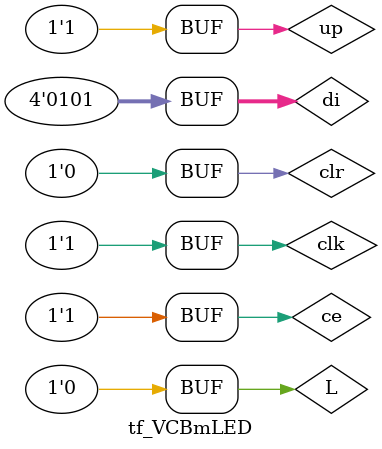
<source format=v>
`timescale 1ns / 1ps


module tf_VCBmLED;

	// Inputs
	reg ce;
	reg up;
	reg L;
	reg clk;
	reg clr;
	reg [3:0] di;

	// Outputs
	wire [3:0] Q;
	wire CEO;
	wire TC;

	// Instantiate the Unit Under Test (UUT)
	VCBmLED uut (
		.ce(ce), 
		.up(up), 
		.L(L), 
		.clk(clk), 
		.clr(clr), 
		.di(di), 
		.Q(Q), 
		.CEO(CEO), 
		.TC(TC)
	);

	//Ãåíðàòîð ïåðèîäè÷åêêîãî ñèãíàëà ñèíõðîíèçàöèè clk
	parameter Tclk=20; //Ïåðèîä ñèãíàëà ñèíõðîíèçàöèè 20 íñ
	always begin clk=0; #(Tclk/2); clk=1; #(Tclk/2); end
	// Ãåíåðàòîð ïåðèîäè÷åñêîãî ñèãíàëà ce
	parameter Tce=80; //Ïåðèîä ñèãíàëà ce 80 íñ
	always begin ce=0; #(3*Tce/4); ce=1; #(1*Tce/4); end
	initial begin // Initialize Inputs
	di[0] = 1;
	di[1] = 0;
	di[2] = 1;
	di[3] = 0;
	up = 0;
	L = 0;
	clr = 0; //Èñõîäíîå ñîñòîÿíèå âõîäîâ
	#112; clr = 1; //×åðåç 111 íñ 1
	#145; clr = 0; //×åðåç 145 íñ 1
	#171; L = 1;
	#192; L = 0;
	#215; up = 1;
	#216; L = 1;
	#250; L = 0;
	end
      
endmodule
</source>
